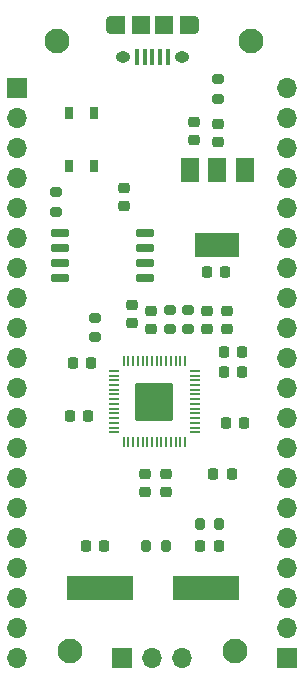
<source format=gts>
%TF.GenerationSoftware,KiCad,Pcbnew,(6.0.8)*%
%TF.CreationDate,2023-06-24T18:13:04-06:00*%
%TF.ProjectId,RP2040_devBoard,52503230-3430-45f6-9465-76426f617264,rev?*%
%TF.SameCoordinates,Original*%
%TF.FileFunction,Soldermask,Top*%
%TF.FilePolarity,Negative*%
%FSLAX46Y46*%
G04 Gerber Fmt 4.6, Leading zero omitted, Abs format (unit mm)*
G04 Created by KiCad (PCBNEW (6.0.8)) date 2023-06-24 18:13:04*
%MOMM*%
%LPD*%
G01*
G04 APERTURE LIST*
G04 Aperture macros list*
%AMRoundRect*
0 Rectangle with rounded corners*
0 $1 Rounding radius*
0 $2 $3 $4 $5 $6 $7 $8 $9 X,Y pos of 4 corners*
0 Add a 4 corners polygon primitive as box body*
4,1,4,$2,$3,$4,$5,$6,$7,$8,$9,$2,$3,0*
0 Add four circle primitives for the rounded corners*
1,1,$1+$1,$2,$3*
1,1,$1+$1,$4,$5*
1,1,$1+$1,$6,$7*
1,1,$1+$1,$8,$9*
0 Add four rect primitives between the rounded corners*
20,1,$1+$1,$2,$3,$4,$5,0*
20,1,$1+$1,$4,$5,$6,$7,0*
20,1,$1+$1,$6,$7,$8,$9,0*
20,1,$1+$1,$8,$9,$2,$3,0*%
G04 Aperture macros list end*
%ADD10R,5.600000X2.100000*%
%ADD11RoundRect,0.200000X0.275000X-0.200000X0.275000X0.200000X-0.275000X0.200000X-0.275000X-0.200000X0*%
%ADD12RoundRect,0.225000X0.250000X-0.225000X0.250000X0.225000X-0.250000X0.225000X-0.250000X-0.225000X0*%
%ADD13O,0.890000X1.550000*%
%ADD14R,1.200000X1.550000*%
%ADD15R,1.500000X1.550000*%
%ADD16O,1.250000X0.950000*%
%ADD17R,0.400000X1.350000*%
%ADD18C,2.100000*%
%ADD19RoundRect,0.218750X0.218750X0.256250X-0.218750X0.256250X-0.218750X-0.256250X0.218750X-0.256250X0*%
%ADD20R,1.500000X2.000000*%
%ADD21R,3.800000X2.000000*%
%ADD22RoundRect,0.225000X-0.225000X-0.250000X0.225000X-0.250000X0.225000X0.250000X-0.225000X0.250000X0*%
%ADD23RoundRect,0.150000X-0.650000X-0.150000X0.650000X-0.150000X0.650000X0.150000X-0.650000X0.150000X0*%
%ADD24RoundRect,0.144000X-1.456000X-1.456000X1.456000X-1.456000X1.456000X1.456000X-1.456000X1.456000X0*%
%ADD25RoundRect,0.050000X-0.050000X-0.387500X0.050000X-0.387500X0.050000X0.387500X-0.050000X0.387500X0*%
%ADD26RoundRect,0.050000X-0.387500X-0.050000X0.387500X-0.050000X0.387500X0.050000X-0.387500X0.050000X0*%
%ADD27RoundRect,0.200000X0.200000X0.275000X-0.200000X0.275000X-0.200000X-0.275000X0.200000X-0.275000X0*%
%ADD28RoundRect,0.200000X-0.275000X0.200000X-0.275000X-0.200000X0.275000X-0.200000X0.275000X0.200000X0*%
%ADD29RoundRect,0.225000X0.225000X0.250000X-0.225000X0.250000X-0.225000X-0.250000X0.225000X-0.250000X0*%
%ADD30RoundRect,0.200000X-0.200000X-0.275000X0.200000X-0.275000X0.200000X0.275000X-0.200000X0.275000X0*%
%ADD31R,0.711200X0.990600*%
%ADD32RoundRect,0.225000X-0.250000X0.225000X-0.250000X-0.225000X0.250000X-0.225000X0.250000X0.225000X0*%
%ADD33RoundRect,0.218750X-0.256250X0.218750X-0.256250X-0.218750X0.256250X-0.218750X0.256250X0.218750X0*%
%ADD34R,1.700000X1.700000*%
%ADD35O,1.700000X1.700000*%
G04 APERTURE END LIST*
D10*
%TO.C,Y1*%
X64325000Y-89125000D03*
X73325000Y-89125000D03*
%TD*%
D11*
%TO.C,R2*%
X71835000Y-67200000D03*
X71835000Y-65550000D03*
%TD*%
D12*
%TO.C,C10*%
X67100000Y-66650000D03*
X67100000Y-65100000D03*
%TD*%
D13*
%TO.C,J1*%
X72287500Y-41460000D03*
D14*
X65887500Y-41460000D03*
D15*
X67787500Y-41460000D03*
D14*
X71687500Y-41460000D03*
D16*
X71287500Y-44160000D03*
D13*
X65287500Y-41460000D03*
D15*
X69787500Y-41460000D03*
D16*
X66287500Y-44160000D03*
D17*
X67487500Y-44160000D03*
X68137500Y-44160000D03*
X68787500Y-44160000D03*
X69437500Y-44160000D03*
X70087500Y-44160000D03*
%TD*%
D12*
%TO.C,C14*%
X66410000Y-55225000D03*
X66410000Y-56775000D03*
%TD*%
D18*
%TO.C,H2*%
X75800000Y-94425000D03*
%TD*%
D19*
%TO.C,D3*%
X75497500Y-79450000D03*
X73922500Y-79450000D03*
%TD*%
D20*
%TO.C,U2*%
X76590000Y-53730000D03*
D21*
X74290000Y-60030000D03*
D20*
X74290000Y-53730000D03*
X71990000Y-53730000D03*
%TD*%
D12*
%TO.C,C7*%
X68665000Y-67150000D03*
X68665000Y-65600000D03*
%TD*%
D22*
%TO.C,C6*%
X74820000Y-69140000D03*
X76370000Y-69140000D03*
%TD*%
D23*
%TO.C,U3*%
X60940000Y-59055000D03*
X60940000Y-60325000D03*
X60940000Y-61595000D03*
X60940000Y-62865000D03*
X68140000Y-62865000D03*
X68140000Y-61595000D03*
X68140000Y-60325000D03*
X68140000Y-59055000D03*
%TD*%
D24*
%TO.C,U1*%
X68950000Y-73300000D03*
D25*
X66350000Y-69862500D03*
X66750000Y-69862500D03*
X67150000Y-69862500D03*
X67550000Y-69862500D03*
X67950000Y-69862500D03*
X68350000Y-69862500D03*
X68750000Y-69862500D03*
X69150000Y-69862500D03*
X69550000Y-69862500D03*
X69950000Y-69862500D03*
X70350000Y-69862500D03*
X70750000Y-69862500D03*
X71150000Y-69862500D03*
X71550000Y-69862500D03*
D26*
X72387500Y-70700000D03*
X72387500Y-71100000D03*
X72387500Y-71500000D03*
X72387500Y-71900000D03*
X72387500Y-72300000D03*
X72387500Y-72700000D03*
X72387500Y-73100000D03*
X72387500Y-73500000D03*
X72387500Y-73900000D03*
X72387500Y-74300000D03*
X72387500Y-74700000D03*
X72387500Y-75100000D03*
X72387500Y-75500000D03*
X72387500Y-75900000D03*
D25*
X71550000Y-76737500D03*
X71150000Y-76737500D03*
X70750000Y-76737500D03*
X70350000Y-76737500D03*
X69950000Y-76737500D03*
X69550000Y-76737500D03*
X69150000Y-76737500D03*
X68750000Y-76737500D03*
X68350000Y-76737500D03*
X67950000Y-76737500D03*
X67550000Y-76737500D03*
X67150000Y-76737500D03*
X66750000Y-76737500D03*
X66350000Y-76737500D03*
D26*
X65512500Y-75900000D03*
X65512500Y-75500000D03*
X65512500Y-75100000D03*
X65512500Y-74700000D03*
X65512500Y-74300000D03*
X65512500Y-73900000D03*
X65512500Y-73500000D03*
X65512500Y-73100000D03*
X65512500Y-72700000D03*
X65512500Y-72300000D03*
X65512500Y-71900000D03*
X65512500Y-71500000D03*
X65512500Y-71100000D03*
X65512500Y-70700000D03*
%TD*%
D27*
%TO.C,R5*%
X69920000Y-85510000D03*
X68270000Y-85510000D03*
%TD*%
D28*
%TO.C,R3*%
X63900000Y-66185000D03*
X63900000Y-67835000D03*
%TD*%
D29*
%TO.C,C1*%
X63615000Y-70010000D03*
X62065000Y-70010000D03*
%TD*%
D11*
%TO.C,R1*%
X70250000Y-67200000D03*
X70250000Y-65550000D03*
%TD*%
D22*
%TO.C,C15*%
X72840000Y-85520000D03*
X74390000Y-85520000D03*
%TD*%
D29*
%TO.C,C12*%
X74925000Y-62300000D03*
X73375000Y-62300000D03*
%TD*%
D28*
%TO.C,R6*%
X74325000Y-46000000D03*
X74325000Y-47650000D03*
%TD*%
D22*
%TO.C,C16*%
X63172500Y-85520000D03*
X64722500Y-85520000D03*
%TD*%
D18*
%TO.C,H4*%
X61775000Y-94425000D03*
%TD*%
D28*
%TO.C,R4*%
X60650000Y-55585000D03*
X60650000Y-57235000D03*
%TD*%
D18*
%TO.C,H3*%
X60675000Y-42775000D03*
%TD*%
D30*
%TO.C,R8*%
X72795000Y-83700000D03*
X74445000Y-83700000D03*
%TD*%
D12*
%TO.C,C13*%
X72270000Y-51145000D03*
X72270000Y-49595000D03*
%TD*%
D22*
%TO.C,C5*%
X74820000Y-70765000D03*
X76370000Y-70765000D03*
%TD*%
D31*
%TO.C,SW1*%
X61693501Y-53380801D03*
X61693501Y-48880799D03*
X63843499Y-53380801D03*
X63843499Y-48880799D03*
%TD*%
D32*
%TO.C,C3*%
X68170000Y-79395000D03*
X68170000Y-80945000D03*
%TD*%
D33*
%TO.C,D1*%
X74300000Y-49787500D03*
X74300000Y-51362500D03*
%TD*%
D32*
%TO.C,C11*%
X69930000Y-79425000D03*
X69930000Y-80975000D03*
%TD*%
D12*
%TO.C,C8*%
X75130000Y-67150000D03*
X75130000Y-65600000D03*
%TD*%
%TO.C,C9*%
X73420000Y-67150000D03*
X73420000Y-65600000D03*
%TD*%
D18*
%TO.C,H1*%
X77125000Y-42775000D03*
%TD*%
D22*
%TO.C,C4*%
X75000000Y-75125000D03*
X76550000Y-75125000D03*
%TD*%
D29*
%TO.C,C2*%
X63335000Y-74520000D03*
X61785000Y-74520000D03*
%TD*%
D34*
%TO.C,J3*%
X80225000Y-94975000D03*
D35*
X80225000Y-92435000D03*
X80225000Y-89895000D03*
X80225000Y-87355000D03*
X80225000Y-84815000D03*
X80225000Y-82275000D03*
X80225000Y-79735000D03*
X80225000Y-77195000D03*
X80225000Y-74655000D03*
X80225000Y-72115000D03*
X80225000Y-69575000D03*
X80225000Y-67035000D03*
X80225000Y-64495000D03*
X80225000Y-61955000D03*
X80225000Y-59415000D03*
X80225000Y-56875000D03*
X80225000Y-54335000D03*
X80225000Y-51795000D03*
X80225000Y-49255000D03*
X80225000Y-46715000D03*
%TD*%
D34*
%TO.C,J2*%
X57350000Y-46725000D03*
D35*
X57350000Y-49265000D03*
X57350000Y-51805000D03*
X57350000Y-54345000D03*
X57350000Y-56885000D03*
X57350000Y-59425000D03*
X57350000Y-61965000D03*
X57350000Y-64505000D03*
X57350000Y-67045000D03*
X57350000Y-69585000D03*
X57350000Y-72125000D03*
X57350000Y-74665000D03*
X57350000Y-77205000D03*
X57350000Y-79745000D03*
X57350000Y-82285000D03*
X57350000Y-84825000D03*
X57350000Y-87365000D03*
X57350000Y-89905000D03*
X57350000Y-92445000D03*
X57350000Y-94985000D03*
%TD*%
D34*
%TO.C,J4*%
X66250000Y-94975000D03*
D35*
X68790000Y-94975000D03*
X71330000Y-94975000D03*
%TD*%
M02*

</source>
